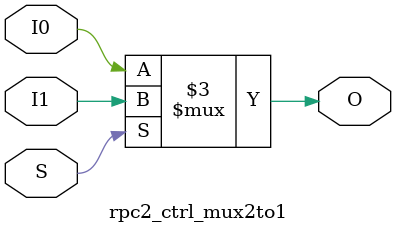
<source format=v>
/**************************************************************************
* Copyright (C)2013-2014 Spansion LLC All Rights Reserved. 
*
* This source code is owned and published by: 
* Spansion LLC 915 DeGuigne Dr. Sunnyvale, CA  94088-3453 ("Spansion").
*
* BY INSTALLING OR USING THIS HYPERBUS MASTER CONTROLLER RTL SOURCE CODE, 
* YOU AGREE TO BE BOUND BY ALL THE TERMS AND CONDITIONS SET FORTH IN SPANSION 
* LICENSE AGREEMENT AND BELOW.
*
* This source code is licensed by Spansion to be adapted only 
* for use in the development of HyperBus Master Controller. Spansion is not
* responsible for misuse or illegal use of this source code.  Spansion is 
* providing this source code "AS IS" and will not be responsible for issues 
* arising from incorrect user implementation of the source code herein.  
*
* SPANSION MAKES NO WARRANTY, EXPRESS OR IMPLIED, ARISING BY LAW OR OTHERWISE, 
* REGARDING THE SOURCE CODE, ITS PERFORMANCE OR SUITABILITY FOR YOUR INTENDED 
* USE, INCLUDING, WITHOUT LIMITATION, NO IMPLIED WARRANTY OF MERCHANTABILITY, 
* FITNESS FOR A  PARTICULAR PURPOSE OR USE, OR NONINFRINGEMENT.  SPANSION WILL 
* HAVE NO LIABILITY (WHETHER IN CONTRACT, WARRANTY, TORT, NEGLIGENCE OR 
* OTHERWISE) FOR ANY DAMAGES ARISING FROM USE OR INABILITY TO USE THE SOURCE CODE, 
* INCLUDING, WITHOUT LIMITATION, ANY DIRECT, INDIRECT, INCIDENTAL, 
* SPECIAL, OR CONSEQUENTIAL DAMAGES OR LOSS OF DATA, SAVINGS OR PROFITS, 
* EVEN IF SPANSION HAS BEEN ADVISED OF THE POSSIBILITY OF SUCH DAMAGES.  
*
* This source code may be replicated in part or whole for the licensed use, 
* with the restriction that this Copyright notice must be included with 
* this source code, whether used in part or whole, at all times.  
*/
// ***********************************************************************************************
//
//      Filename:       rpc2_ctrl_mux2to1.v
//
//                              Sample I/O block for Trinity Memory Controller IP using SPARTAN-3 library
//
//      Created:        yise            03/21/2013      Trinity_Ctrl version 1.00
//                                                                              - initial release
//
//      Modified:       
//                                                                              
//
// ***********************************************************************************************

`timescale 1ns/1ps
`define Tilo  (0.62)
module rpc2_ctrl_mux2to1 (/*AUTOARG*/
   // Outputs
   O,
   // Inputs
   I0, I1, S
   );
   input I0;
   input I1;
   output O;
   input  S;

`ifdef FPGA
   wire   O;
   MUXF5 muxf5 (.O(O),
                .S(S),
                .I0(I0),
                .I1(I1));
`else
   reg                  O;   
   always @(*) begin
      if (S)
        O = #(`Tilo)I1;
      else
        O = #(`Tilo)I0;
   end
`endif
endmodule // rpc2_ctrl_mux2to1


</source>
